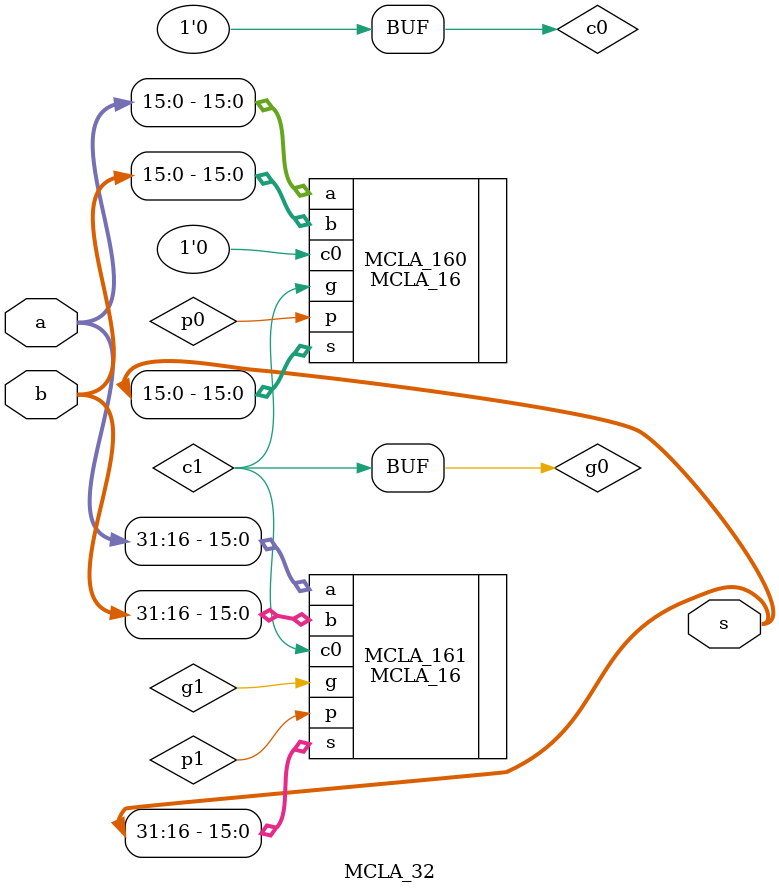
<source format=v>

module MCLA_32
(
    input  wire [31:0] a, 
    input  wire [31:0] b,
    /* input  wire c0, */
    output wire [31:0] s
    /* output wire g, p */
);

    wire g0, g1;
    wire p0, p1;
    wire c0, c1;

    MCLA_16 MCLA_160(.a(a[15 :0]), .b(b[15 :0]), .c0(c0), .s(s[15 :0]), .g(g0), .p(p0));
    MCLA_16 MCLA_161(.a(a[31:16]), .b(b[31:16]), .c0(c1), .s(s[31:16]), .g(g1), .p(p1));
    
    assign c0 = 0;
    assign c1 = g0;
    // wire g_n0;
    // not(g_n0, g0);

    // wire cp1;
    // /* c1 */
    // nand(cp1, c0, p0);
    // nand(c1, g_n0, cp1);

    
endmodule
</source>
